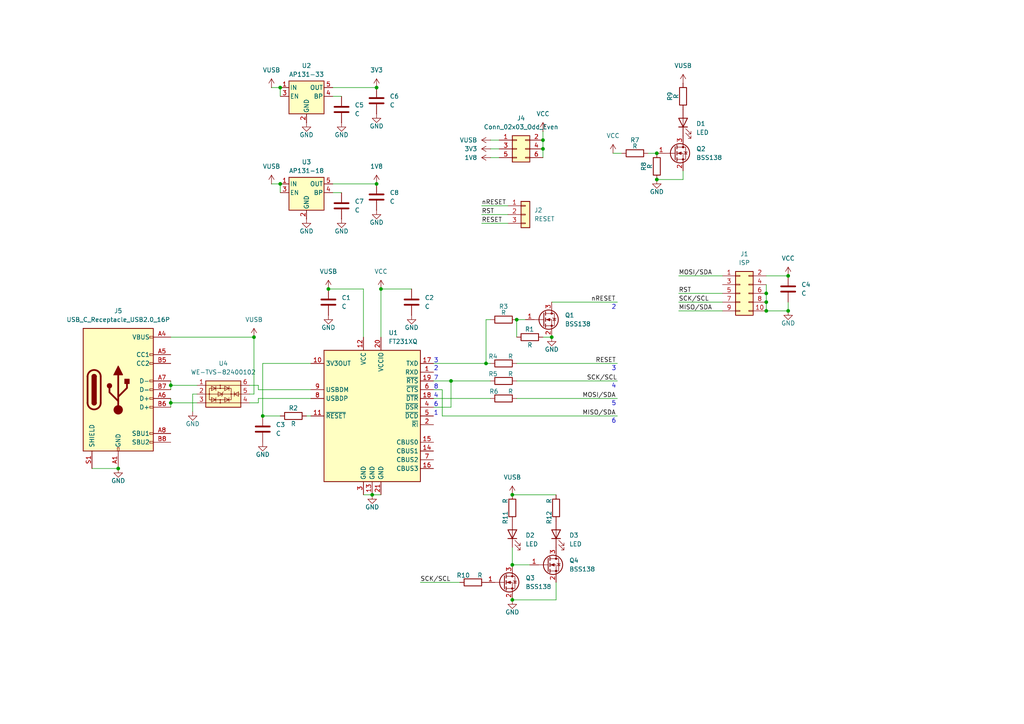
<source format=kicad_sch>
(kicad_sch (version 20231120) (generator "eeschema") (generator_version "8.0")
  (paper "A4")
  (lib_symbols
    (symbol "Connector:USB_C_Receptacle_USB2.0_16P" (pin_names (offset 1.016))
      (property "Reference" "J" (at 0 22.225 0))
      (property "Value" "USB_C_Receptacle_USB2.0_16P" (at 0 19.685 0))
      (symbol "USB_C_Receptacle_USB2.0_16P_0_0"
        (rectangle (start -0.254 -17.78) (end 0.254 -16.764))
        (rectangle (start 10.16 -14.986) (end 9.144 -15.494))
        (rectangle (start 10.16 -12.446) (end 9.144 -12.954))
        (rectangle (start 10.16 -4.826) (end 9.144 -5.334))
        (rectangle (start 10.16 -2.286) (end 9.144 -2.794))
        (rectangle (start 10.16 0.254) (end 9.144 -0.254))
        (rectangle (start 10.16 2.794) (end 9.144 2.286))
        (rectangle (start 10.16 7.874) (end 9.144 7.366))
        (rectangle (start 10.16 10.414) (end 9.144 9.906))
        (rectangle (start 10.16 15.494) (end 9.144 14.986))
      )
      (symbol "USB_C_Receptacle_USB2.0_16P_0_1"
        (rectangle (start -10.16 17.78) (end 10.16 -17.78) (stroke (width 0.254)) (fill (type background)))
        (arc (start -8.89 -3.81) (mid -6.985 -5.7067) (end -5.08 -3.81) (stroke (width 0.508)))
        (arc (start -7.62 -3.81) (mid -6.985 -4.4423) (end -6.35 -3.81) (stroke (width 0.254)))
        (arc (start -7.62 -3.81) (mid -6.985 -4.4423) (end -6.35 -3.81) (stroke (width 0.254)) (fill (type outline)))
        (rectangle (start -7.62 -3.81) (end -6.35 3.81) (stroke (width 0.254)) (fill (type outline)))
        (arc (start -6.35 3.81) (mid -6.985 4.4423) (end -7.62 3.81) (stroke (width 0.254)))
        (arc (start -6.35 3.81) (mid -6.985 4.4423) (end -7.62 3.81) (stroke (width 0.254)) (fill (type outline)))
        (arc (start -5.08 3.81) (mid -6.985 5.7067) (end -8.89 3.81) (stroke (width 0.508)))
        (circle (center -2.54 1.143) (radius 0.635) (stroke (width 0.254)) (fill (type outline)))
        (circle (center 0 -5.842) (radius 1.27) (fill (type outline)))
        (polyline (pts (xy -8.89 -3.81) (xy -8.89 3.81)) (stroke (width 0.508)))
        (polyline (pts (xy -5.08 3.81) (xy -5.08 -3.81)) (stroke (width 0.508)))
        (polyline (pts (xy 0 -5.842) (xy 0 4.318)) (stroke (width 0.508)))
        (polyline (pts (xy 0 -3.302) (xy -2.54 -0.762) (xy -2.54 0.508)) (stroke (width 0.508)))
        (polyline (pts (xy 0 -2.032) (xy 2.54 0.508) (xy 2.54 1.778)) (stroke (width 0.508)))
        (polyline (pts (xy -1.27 4.318) (xy 0 6.858) (xy 1.27 4.318) (xy -1.27 4.318)) (stroke (width 0.254)) (fill (type outline)))
        (rectangle (start 1.905 1.778) (end 3.175 3.048) (stroke (width 0.254)) (fill (type outline)))
      )
      (symbol "USB_C_Receptacle_USB2.0_16P_1_1"
        (pin passive line (at 0 -22.86 90) (length 5.08) (name "GND") (number "A1"))
        (pin passive line (at 0 -22.86 90) (length 5.08) hide (name "GND") (number "A12"))
        (pin passive line (at 15.24 15.24 180) (length 5.08) (name "VBUS") (number "A4"))
        (pin bidirectional line (at 15.24 10.16 180) (length 5.08) (name "CC1") (number "A5"))
        (pin bidirectional line (at 15.24 -2.54 180) (length 5.08) (name "D+") (number "A6"))
        (pin bidirectional line (at 15.24 2.54 180) (length 5.08) (name "D-") (number "A7"))
        (pin bidirectional line (at 15.24 -12.7 180) (length 5.08) (name "SBU1") (number "A8"))
        (pin passive line (at 15.24 15.24 180) (length 5.08) hide (name "VBUS") (number "A9"))
        (pin passive line (at 0 -22.86 90) (length 5.08) hide (name "GND") (number "B1"))
        (pin passive line (at 0 -22.86 90) (length 5.08) hide (name "GND") (number "B12"))
        (pin passive line (at 15.24 15.24 180) (length 5.08) hide (name "VBUS") (number "B4"))
        (pin bidirectional line (at 15.24 7.62 180) (length 5.08) (name "CC2") (number "B5"))
        (pin bidirectional line (at 15.24 -5.08 180) (length 5.08) (name "D+") (number "B6"))
        (pin bidirectional line (at 15.24 0 180) (length 5.08) (name "D-") (number "B7"))
        (pin bidirectional line (at 15.24 -15.24 180) (length 5.08) (name "SBU2") (number "B8"))
        (pin passive line (at 15.24 15.24 180) (length 5.08) hide (name "VBUS") (number "B9"))
        (pin passive line (at -7.62 -22.86 90) (length 5.08) (name "SHIELD") (number "S1"))
      )
    )
    (symbol "Connector_Generic:Conn_01x03" (pin_names (offset 1.016) hide)
      (property "Reference" "J" (at 0 5.08 0))
      (property "Value" "Conn_01x03" (at 0 -5.08 0))
      (symbol "Conn_01x03_1_1"
        (rectangle (start -1.27 -2.413) (end 0 -2.667) (stroke (width 0.1524)))
        (rectangle (start -1.27 0.127) (end 0 -0.127) (stroke (width 0.1524)))
        (rectangle (start -1.27 2.667) (end 0 2.413) (stroke (width 0.1524)))
        (rectangle (start -1.27 3.81) (end 1.27 -3.81) (stroke (width 0.254)) (fill (type background)))
        (pin passive line (at -5.08 2.54 0) (length 3.81) (name "Pin_1") (number "1"))
        (pin passive line (at -5.08 0 0) (length 3.81) (name "Pin_2") (number "2"))
        (pin passive line (at -5.08 -2.54 0) (length 3.81) (name "Pin_3") (number "3"))
      )
    )
    (symbol "Connector_Generic:Conn_02x03_Odd_Even" (pin_names (offset 1.016) hide)
      (property "Reference" "J" (at 1.27 5.08 0))
      (property "Value" "Conn_02x03_Odd_Even" (at 1.27 -5.08 0))
      (symbol "Conn_02x03_Odd_Even_1_1"
        (rectangle (start -1.27 -2.413) (end 0 -2.667) (stroke (width 0.1524)))
        (rectangle (start -1.27 0.127) (end 0 -0.127) (stroke (width 0.1524)))
        (rectangle (start -1.27 2.667) (end 0 2.413) (stroke (width 0.1524)))
        (rectangle (start -1.27 3.81) (end 3.81 -3.81) (stroke (width 0.254)) (fill (type background)))
        (rectangle (start 3.81 -2.413) (end 2.54 -2.667) (stroke (width 0.1524)))
        (rectangle (start 3.81 0.127) (end 2.54 -0.127) (stroke (width 0.1524)))
        (rectangle (start 3.81 2.667) (end 2.54 2.413) (stroke (width 0.1524)))
        (pin passive line (at -5.08 2.54 0) (length 3.81) (name "Pin_1") (number "1"))
        (pin passive line (at 7.62 2.54 180) (length 3.81) (name "Pin_2") (number "2"))
        (pin passive line (at -5.08 0 0) (length 3.81) (name "Pin_3") (number "3"))
        (pin passive line (at 7.62 0 180) (length 3.81) (name "Pin_4") (number "4"))
        (pin passive line (at -5.08 -2.54 0) (length 3.81) (name "Pin_5") (number "5"))
        (pin passive line (at 7.62 -2.54 180) (length 3.81) (name "Pin_6") (number "6"))
      )
    )
    (symbol "Connector_Generic:Conn_02x05_Odd_Even" (pin_names (offset 1.016) hide)
      (property "Reference" "J" (at 1.27 7.62 0))
      (property "Value" "Conn_02x05_Odd_Even" (at 1.27 -7.62 0))
      (symbol "Conn_02x05_Odd_Even_1_1"
        (rectangle (start -1.27 -4.953) (end 0 -5.207) (stroke (width 0.1524)))
        (rectangle (start -1.27 -2.413) (end 0 -2.667) (stroke (width 0.1524)))
        (rectangle (start -1.27 0.127) (end 0 -0.127) (stroke (width 0.1524)))
        (rectangle (start -1.27 2.667) (end 0 2.413) (stroke (width 0.1524)))
        (rectangle (start -1.27 5.207) (end 0 4.953) (stroke (width 0.1524)))
        (rectangle (start -1.27 6.35) (end 3.81 -6.35) (stroke (width 0.254)) (fill (type background)))
        (rectangle (start 3.81 -4.953) (end 2.54 -5.207) (stroke (width 0.1524)))
        (rectangle (start 3.81 -2.413) (end 2.54 -2.667) (stroke (width 0.1524)))
        (rectangle (start 3.81 0.127) (end 2.54 -0.127) (stroke (width 0.1524)))
        (rectangle (start 3.81 2.667) (end 2.54 2.413) (stroke (width 0.1524)))
        (rectangle (start 3.81 5.207) (end 2.54 4.953) (stroke (width 0.1524)))
        (pin passive line (at -5.08 5.08 0) (length 3.81) (name "Pin_1") (number "1"))
        (pin passive line (at 7.62 -5.08 180) (length 3.81) (name "Pin_10") (number "10"))
        (pin passive line (at 7.62 5.08 180) (length 3.81) (name "Pin_2") (number "2"))
        (pin passive line (at -5.08 2.54 0) (length 3.81) (name "Pin_3") (number "3"))
        (pin passive line (at 7.62 2.54 180) (length 3.81) (name "Pin_4") (number "4"))
        (pin passive line (at -5.08 0 0) (length 3.81) (name "Pin_5") (number "5"))
        (pin passive line (at 7.62 0 180) (length 3.81) (name "Pin_6") (number "6"))
        (pin passive line (at -5.08 -2.54 0) (length 3.81) (name "Pin_7") (number "7"))
        (pin passive line (at 7.62 -2.54 180) (length 3.81) (name "Pin_8") (number "8"))
        (pin passive line (at -5.08 -5.08 0) (length 3.81) (name "Pin_9") (number "9"))
      )
    )
    (symbol "Device:C" (pin_numbers hide) (pin_names (offset 0.254))
      (property "Reference" "C" (at 0.635 2.54 0))
      (property "Value" "C" (at 0.635 -2.54 0))
      (symbol "C_0_1"
        (polyline (pts (xy -2.032 -0.762) (xy 2.032 -0.762)) (stroke (width 0.508)))
        (polyline (pts (xy -2.032 0.762) (xy 2.032 0.762)) (stroke (width 0.508)))
      )
      (symbol "C_1_1"
        (pin passive line (at 0 3.81 270) (length 2.794) (name "~") (number "1"))
        (pin passive line (at 0 -3.81 90) (length 2.794) (name "~") (number "2"))
      )
    )
    (symbol "Device:LED" (pin_numbers hide) (pin_names (offset 1.016) hide)
      (property "Reference" "D" (at 0 2.54 0))
      (property "Value" "LED" (at 0 -2.54 0))
      (symbol "LED_0_1"
        (polyline (pts (xy -1.27 -1.27) (xy -1.27 1.27)) (stroke (width 0.254)))
        (polyline (pts (xy -1.27 0) (xy 1.27 0)))
        (polyline (pts (xy 1.27 -1.27) (xy 1.27 1.27) (xy -1.27 0) (xy 1.27 -1.27)) (stroke (width 0.254)))
        (polyline (pts (xy -3.048 -0.762) (xy -4.572 -2.286) (xy -3.81 -2.286) (xy -4.572 -2.286) (xy -4.572 -1.524)))
        (polyline (pts (xy -1.778 -0.762) (xy -3.302 -2.286) (xy -2.54 -2.286) (xy -3.302 -2.286) (xy -3.302 -1.524)))
      )
      (symbol "LED_1_1"
        (pin passive line (at -3.81 0 0) (length 2.54) (name "K") (number "1"))
        (pin passive line (at 3.81 0 180) (length 2.54) (name "A") (number "2"))
      )
    )
    (symbol "Device:R" (pin_numbers hide) (pin_names (offset 0))
      (property "Reference" "R" (at 2.032 0 90))
      (property "Value" "R" (at 0 0 90))
      (symbol "R_0_1"
        (rectangle (start -1.016 -2.54) (end 1.016 2.54) (stroke (width 0.254)))
      )
      (symbol "R_1_1"
        (pin passive line (at 0 3.81 270) (length 1.27) (name "~") (number "1"))
        (pin passive line (at 0 -3.81 90) (length 1.27) (name "~") (number "2"))
      )
    )
    (symbol "Interface_USB:FT231XQ"
      (property "Reference" "U" (at -13.97 20.32 0))
      (property "Value" "FT231XQ" (at 6.35 20.32 0))
      (symbol "FT231XQ_0_1"
        (rectangle (start -13.97 19.05) (end 13.97 -19.05) (stroke (width 0.254)) (fill (type background)))
      )
      (symbol "FT231XQ_1_1"
        (pin input line (at 17.78 12.7 180) (length 3.81) (name "RXD") (number "1"))
        (pin power_out line (at -17.78 15.24 0) (length 3.81) (name "3V3OUT") (number "10"))
        (pin input line (at -17.78 0 0) (length 3.81) (name "~{RESET}") (number "11"))
        (pin power_in line (at -2.54 22.86 270) (length 3.81) (name "VCC") (number "12"))
        (pin power_in line (at 0 -22.86 90) (length 3.81) (name "GND") (number "13"))
        (pin bidirectional line (at 17.78 -10.16 180) (length 3.81) (name "CBUS1") (number "14"))
        (pin bidirectional line (at 17.78 -7.62 180) (length 3.81) (name "CBUS0") (number "15"))
        (pin bidirectional line (at 17.78 -15.24 180) (length 3.81) (name "CBUS3") (number "16"))
        (pin output line (at 17.78 15.24 180) (length 3.81) (name "TXD") (number "17"))
        (pin output line (at 17.78 5.08 180) (length 3.81) (name "~{DTR}") (number "18"))
        (pin output line (at 17.78 10.16 180) (length 3.81) (name "~{RTS}") (number "19"))
        (pin input line (at 17.78 -2.54 180) (length 3.81) (name "~{RI}") (number "2"))
        (pin power_in line (at 2.54 22.86 270) (length 3.81) (name "VCCIO") (number "20"))
        (pin power_in line (at 2.54 -22.86 90) (length 3.81) (name "GND") (number "21"))
        (pin power_in line (at -2.54 -22.86 90) (length 3.81) (name "GND") (number "3"))
        (pin input line (at 17.78 2.54 180) (length 3.81) (name "~{DSR}") (number "4"))
        (pin input line (at 17.78 0 180) (length 3.81) (name "~{DCD}") (number "5"))
        (pin input line (at 17.78 7.62 180) (length 3.81) (name "~{CTS}") (number "6"))
        (pin bidirectional line (at 17.78 -12.7 180) (length 3.81) (name "CBUS2") (number "7"))
        (pin bidirectional line (at -17.78 5.08 0) (length 3.81) (name "USBDP") (number "8"))
        (pin bidirectional line (at -17.78 7.62 0) (length 3.81) (name "USBDM") (number "9"))
      )
    )
    (symbol "Power_Protection:WE-TVS-82400102"
      (property "Reference" "U" (at 0 7.62 0))
      (property "Value" "WE-TVS-82400102" (at 0 5.08 0))
      (symbol "WE-TVS-82400102_0_1"
        (circle (center -4.064 0) (radius 0.127))
        (rectangle (start -4.064 1.651) (end 2.286 -1.651))
        (circle (center -0.889 -2.54) (radius 0.127))
        (circle (center -0.889 -1.651) (radius 0.127))
        (circle (center -0.889 1.651) (radius 0.127))
        (circle (center -0.889 2.54) (radius 0.127))
        (polyline (pts (xy -5.08 -2.54) (xy 5.08 -2.54)))
        (polyline (pts (xy -5.08 2.54) (xy 5.08 2.54)))
        (polyline (pts (xy -4.064 0) (xy -5.08 0)))
        (polyline (pts (xy -4.064 0) (xy 2.286 0)) (fill (type outline)))
        (polyline (pts (xy -2.159 -1.016) (xy -2.159 -2.286)))
        (polyline (pts (xy -2.159 2.286) (xy -2.159 1.016)))
        (polyline (pts (xy -0.889 -1.651) (xy -0.889 -2.413)))
        (polyline (pts (xy -0.889 1.651) (xy -0.889 2.54)))
        (polyline (pts (xy -0.508 -0.635) (xy -0.508 -0.635)))
        (polyline (pts (xy 1.651 -1.016) (xy 1.651 -2.286)))
        (polyline (pts (xy 1.651 2.286) (xy 1.651 1.016)))
        (polyline (pts (xy 2.286 0) (xy 5.08 0)))
        (polyline (pts (xy -3.429 -1.016) (xy -3.429 -2.286) (xy -2.159 -1.651) (xy -3.429 -1.016)))
        (polyline (pts (xy -3.429 1.016) (xy -3.429 2.286) (xy -2.159 1.651) (xy -3.429 1.016)))
        (polyline (pts (xy 0 0.635) (xy -0.254 0.381) (xy -0.254 -0.381) (xy -0.508 -0.635)))
        (polyline (pts (xy 0.381 -1.016) (xy 0.381 -2.286) (xy 1.651 -1.651) (xy 0.381 -1.016)))
        (polyline (pts (xy 0.381 1.016) (xy 0.381 2.286) (xy 1.651 1.651) (xy 0.381 1.016)))
        (circle (center 2.286 0) (radius 0.127))
      )
      (symbol "WE-TVS-82400102_1_1"
        (rectangle (start -5.08 3.81) (end 5.08 -3.81) (stroke (width 0.254)) (fill (type background)))
        (polyline (pts (xy 3.175 0.635) (xy 3.175 -0.635)))
        (polyline (pts (xy -1.524 0.635) (xy -1.524 -0.635) (xy -0.254 0) (xy -1.524 0.635)))
        (polyline (pts (xy 4.445 0.635) (xy 4.445 -0.635) (xy 3.175 0) (xy 4.445 0.635)))
        (pin passive line (at -7.62 2.54 0) (length 2.54) (name "~") (number "1"))
        (pin passive line (at -7.62 0 0) (length 2.54) (name "~") (number "2"))
        (pin passive line (at -7.62 -2.54 0) (length 2.54) (name "~") (number "3"))
        (pin passive line (at 7.62 -2.54 180) (length 2.54) (name "~") (number "4"))
        (pin passive line (at 7.62 0 180) (length 2.54) (name "~") (number "5"))
        (pin passive line (at 7.62 2.54 180) (length 2.54) (name "~") (number "6"))
      )
    )
    (symbol "Regulator_Linear:AP131-18" (pin_names (offset 0.254))
      (property "Reference" "U" (at -3.81 5.715 0))
      (property "Value" "AP131-18" (at 0 5.715 0))
      (symbol "AP131-18_0_1"
        (rectangle (start -5.08 4.445) (end 5.08 -5.08) (stroke (width 0.254)) (fill (type background)))
      )
      (symbol "AP131-18_1_1"
        (pin power_in line (at -7.62 2.54 0) (length 2.54) (name "IN") (number "1"))
        (pin power_in line (at 0 -7.62 90) (length 2.54) (name "GND") (number "2"))
        (pin input line (at -7.62 0 0) (length 2.54) (name "EN") (number "3"))
        (pin input line (at 7.62 0 180) (length 2.54) (name "BP") (number "4"))
        (pin power_out line (at 7.62 2.54 180) (length 2.54) (name "OUT") (number "5"))
      )
    )
    (symbol "Regulator_Linear:AP131-33" (pin_names (offset 0.254))
      (property "Reference" "U" (at -3.81 5.715 0))
      (property "Value" "AP131-33" (at 0 5.715 0))
      (symbol "AP131-33_0_1"
        (rectangle (start -5.08 4.445) (end 5.08 -5.08) (stroke (width 0.254)) (fill (type background)))
      )
      (symbol "AP131-33_1_1"
        (pin power_in line (at -7.62 2.54 0) (length 2.54) (name "IN") (number "1"))
        (pin power_in line (at 0 -7.62 90) (length 2.54) (name "GND") (number "2"))
        (pin input line (at -7.62 0 0) (length 2.54) (name "EN") (number "3"))
        (pin input line (at 7.62 0 180) (length 2.54) (name "BP") (number "4"))
        (pin power_out line (at 7.62 2.54 180) (length 2.54) (name "OUT") (number "5"))
      )
    )
    (symbol "Transistor_FET:BSS138" (pin_names hide)
      (property "Reference" "Q" (at 5.08 1.905 0))
      (property "Value" "BSS138" (at 5.08 0 0))
      (symbol "BSS138_0_1"
        (polyline (pts (xy 0.254 0) (xy -2.54 0)))
        (polyline (pts (xy 0.254 1.905) (xy 0.254 -1.905)) (stroke (width 0.254)))
        (polyline (pts (xy 0.762 -1.27) (xy 0.762 -2.286)) (stroke (width 0.254)))
        (polyline (pts (xy 0.762 0.508) (xy 0.762 -0.508)) (stroke (width 0.254)))
        (polyline (pts (xy 0.762 2.286) (xy 0.762 1.27)) (stroke (width 0.254)))
        (polyline (pts (xy 2.54 2.54) (xy 2.54 1.778)))
        (polyline (pts (xy 2.54 -2.54) (xy 2.54 0) (xy 0.762 0)))
        (polyline (pts (xy 0.762 -1.778) (xy 3.302 -1.778) (xy 3.302 1.778) (xy 0.762 1.778)))
        (polyline (pts (xy 1.016 0) (xy 2.032 0.381) (xy 2.032 -0.381) (xy 1.016 0)) (fill (type outline)))
        (polyline (pts (xy 2.794 0.508) (xy 2.921 0.381) (xy 3.683 0.381) (xy 3.81 0.254)))
        (polyline (pts (xy 3.302 0.381) (xy 2.921 -0.254) (xy 3.683 -0.254) (xy 3.302 0.381)))
        (circle (center 1.651 0) (radius 2.794) (stroke (width 0.254)))
        (circle (center 2.54 -1.778) (radius 0.254) (fill (type outline)))
        (circle (center 2.54 1.778) (radius 0.254) (fill (type outline)))
      )
      (symbol "BSS138_1_1"
        (pin input line (at -5.08 0 0) (length 2.54) (name "G") (number "1"))
        (pin passive line (at 2.54 -5.08 90) (length 2.54) (name "S") (number "2"))
        (pin passive line (at 2.54 5.08 270) (length 2.54) (name "D") (number "3"))
      )
    )
    (symbol "power:GND" (power) (pin_numbers hide) (pin_names (offset 0) hide)
      (property "Value" "GND" (at 0 -3.81 0))
      (symbol "GND_0_1"
        (polyline (pts (xy 0 0) (xy 0 -1.27) (xy 1.27 -1.27) (xy 0 -2.54) (xy -1.27 -1.27) (xy 0 -1.27)))
      )
      (symbol "GND_1_1"
        (pin power_in line (at 0 0 270) (length 0) (name "~") (number "1"))
      )
    )
    (symbol "power:VCC" (power) (pin_numbers hide) (pin_names (offset 0) hide)
      (property "Value" "VCC" (at 0 3.556 0))
      (symbol "VCC_0_1"
        (polyline (pts (xy -0.762 1.27) (xy 0 2.54)))
        (polyline (pts (xy 0 0) (xy 0 2.54)))
        (polyline (pts (xy 0 2.54) (xy 0.762 1.27)))
      )
      (symbol "VCC_1_1"
        (pin power_in line (at 0 0 90) (length 0) (name "~") (number "1"))
      )
    )
  )
  (junction (at 222.25 90.17))
  (junction (at 190.5 44.45))
  (junction (at 157.48 43.18))
  (junction (at 76.2 120.65))
  (junction (at 148.59 173.99))
  (junction (at 81.28 25.4))
  (junction (at 140.97 105.41))
  (junction (at 81.28 53.34))
  (junction (at 110.49 83.82))
  (junction (at 73.66 97.79))
  (junction (at 107.95 143.51))
  (junction (at 148.59 143.51))
  (junction (at 95.25 83.82))
  (junction (at 34.29 135.89))
  (junction (at 228.6 80.01))
  (junction (at 49.53 116.84))
  (junction (at 222.25 85.09))
  (junction (at 49.53 111.76))
  (junction (at 109.22 53.34))
  (junction (at 130.81 110.49))
  (junction (at 190.5 52.07))
  (junction (at 228.6 90.17))
  (junction (at 148.59 163.83))
  (junction (at 160.02 97.79))
  (junction (at 149.86 92.71))
  (junction (at 157.48 40.64))
  (junction (at 109.22 25.4))
  (junction (at 222.25 87.63))
  (wire (pts (xy 161.29 173.99) (xy 161.29 168.91)))
  (wire (pts (xy 95.25 83.82) (xy 105.41 83.82)))
  (wire (pts (xy 107.95 143.51) (xy 110.49 143.51)))
  (wire (pts (xy 149.86 92.71) (xy 149.86 97.79)))
  (wire (pts (xy 72.39 111.76) (xy 74.93 111.76)))
  (wire (pts (xy 74.93 116.84) (xy 74.93 115.57)))
  (wire (pts (xy 198.12 52.07) (xy 198.12 49.53)))
  (wire (pts (xy 142.24 45.72) (xy 144.78 45.72)))
  (wire (pts (xy 55.88 114.3) (xy 55.88 119.38)))
  (wire (pts (xy 157.48 38.1) (xy 157.48 40.64)))
  (wire (pts (xy 72.39 114.3) (xy 73.66 114.3)))
  (wire (pts (xy 196.85 85.09) (xy 209.55 85.09)))
  (wire (pts (xy 222.25 85.09) (xy 222.25 87.63)))
  (wire (pts (xy 125.73 105.41) (xy 140.97 105.41)))
  (wire (pts (xy 130.81 110.49) (xy 142.24 110.49)))
  (wire (pts (xy 196.85 87.63) (xy 209.55 87.63)))
  (wire (pts (xy 81.28 53.34) (xy 81.28 55.88)))
  (wire (pts (xy 57.15 114.3) (xy 55.88 114.3)))
  (wire (pts (xy 78.74 25.4) (xy 81.28 25.4)))
  (wire (pts (xy 149.86 115.57) (xy 179.07 115.57)))
  (wire (pts (xy 157.48 40.64) (xy 157.48 43.18)))
  (wire (pts (xy 157.48 97.79) (xy 160.02 97.79)))
  (wire (pts (xy 81.28 25.4) (xy 81.28 27.94)))
  (wire (pts (xy 222.25 80.01) (xy 228.6 80.01)))
  (wire (pts (xy 190.5 52.07) (xy 198.12 52.07)))
  (wire (pts (xy 96.52 53.34) (xy 109.22 53.34)))
  (wire (pts (xy 148.59 173.99) (xy 161.29 173.99)))
  (wire (pts (xy 49.53 115.57) (xy 49.53 116.84)))
  (wire (pts (xy 160.02 87.63) (xy 179.07 87.63)))
  (wire (pts (xy 139.7 64.77) (xy 147.32 64.77)))
  (wire (pts (xy 130.81 118.11) (xy 125.73 118.11)))
  (wire (pts (xy 105.41 143.51) (xy 107.95 143.51)))
  (wire (pts (xy 139.7 59.69) (xy 147.32 59.69)))
  (wire (pts (xy 88.9 120.65) (xy 90.17 120.65)))
  (wire (pts (xy 74.93 113.03) (xy 74.93 111.76)))
  (wire (pts (xy 222.25 90.17) (xy 228.6 90.17)))
  (wire (pts (xy 140.97 105.41) (xy 142.24 105.41)))
  (wire (pts (xy 128.27 113.03) (xy 128.27 120.65)))
  (wire (pts (xy 161.29 143.51) (xy 148.59 143.51)))
  (wire (pts (xy 177.8 44.45) (xy 180.34 44.45)))
  (wire (pts (xy 73.66 97.79) (xy 73.66 114.3)))
  (wire (pts (xy 148.59 158.75) (xy 148.59 163.83)))
  (wire (pts (xy 110.49 97.79) (xy 110.49 83.82)))
  (wire (pts (xy 149.86 110.49) (xy 179.07 110.49)))
  (wire (pts (xy 148.59 163.83) (xy 153.67 163.83)))
  (wire (pts (xy 72.39 116.84) (xy 74.93 116.84)))
  (wire (pts (xy 96.52 27.94) (xy 99.06 27.94)))
  (wire (pts (xy 142.24 40.64) (xy 144.78 40.64)))
  (wire (pts (xy 76.2 120.65) (xy 81.28 120.65)))
  (wire (pts (xy 49.53 111.76) (xy 57.15 111.76)))
  (wire (pts (xy 157.48 43.18) (xy 157.48 45.72)))
  (wire (pts (xy 49.53 110.49) (xy 49.53 111.76)))
  (wire (pts (xy 222.25 87.63) (xy 222.25 90.17)))
  (wire (pts (xy 90.17 113.03) (xy 74.93 113.03)))
  (wire (pts (xy 76.2 105.41) (xy 90.17 105.41)))
  (wire (pts (xy 125.73 110.49) (xy 130.81 110.49)))
  (wire (pts (xy 96.52 25.4) (xy 109.22 25.4)))
  (wire (pts (xy 228.6 87.63) (xy 228.6 90.17)))
  (wire (pts (xy 49.53 97.79) (xy 73.66 97.79)))
  (wire (pts (xy 49.53 116.84) (xy 57.15 116.84)))
  (wire (pts (xy 74.93 115.57) (xy 90.17 115.57)))
  (wire (pts (xy 121.92 168.91) (xy 133.35 168.91)))
  (wire (pts (xy 49.53 116.84) (xy 49.53 118.11)))
  (wire (pts (xy 76.2 120.65) (xy 76.2 105.41)))
  (wire (pts (xy 149.86 105.41) (xy 179.07 105.41)))
  (wire (pts (xy 187.96 44.45) (xy 190.5 44.45)))
  (wire (pts (xy 196.85 80.01) (xy 209.55 80.01)))
  (wire (pts (xy 78.74 53.34) (xy 81.28 53.34)))
  (wire (pts (xy 196.85 90.17) (xy 209.55 90.17)))
  (wire (pts (xy 110.49 83.82) (xy 119.38 83.82)))
  (wire (pts (xy 139.7 62.23) (xy 147.32 62.23)))
  (wire (pts (xy 49.53 111.76) (xy 49.53 113.03)))
  (wire (pts (xy 96.52 55.88) (xy 99.06 55.88)))
  (wire (pts (xy 149.86 92.71) (xy 152.4 92.71)))
  (wire (pts (xy 125.73 115.57) (xy 142.24 115.57)))
  (wire (pts (xy 142.24 43.18) (xy 144.78 43.18)))
  (wire (pts (xy 140.97 92.71) (xy 140.97 105.41)))
  (wire (pts (xy 26.67 135.89) (xy 34.29 135.89)))
  (wire (pts (xy 128.27 120.65) (xy 179.07 120.65)))
  (wire (pts (xy 105.41 83.82) (xy 105.41 97.79)))
  (wire (pts (xy 142.24 92.71) (xy 140.97 92.71)))
  (wire (pts (xy 222.25 82.55) (xy 222.25 85.09)))
  (wire (pts (xy 125.73 113.03) (xy 128.27 113.03)))
  (wire (pts (xy 130.81 110.49) (xy 130.81 118.11)))
  (text "1" (at 126.492 119.888 0) (effects (font (size 1.27 1.27))))
  (text "2" (at 178.054 89.154 0) (effects (font (size 1.27 1.27))))
  (text "5" (at 178.054 117.094 0) (effects (font (size 1.27 1.27))))
  (text "8" (at 126.492 112.268 0) (effects (font (size 1.27 1.27))))
  (text "3" (at 126.492 104.648 0) (effects (font (size 1.27 1.27))))
  (text "6" (at 126.492 117.348 0) (effects (font (size 1.27 1.27))))
  (text "4" (at 126.492 114.808 0) (effects (font (size 1.27 1.27))))
  (text "7" (at 126.492 109.728 0) (effects (font (size 1.27 1.27))))
  (text "6" (at 178.054 122.174 0) (effects (font (size 1.27 1.27))))
  (text "2" (at 126.492 106.934 0) (effects (font (size 1.27 1.27))))
  (text "4" (at 178.054 112.014 0) (effects (font (size 1.27 1.27))))
  (text "3" (at 178.054 106.934 0) (effects (font (size 1.27 1.27))))
  (label "RESET" (at 172.72 105.41 0))
  (label "MOSI{slash}SDA" (at 168.91 115.57 0))
  (label "nRESET" (at 139.7 59.69 0))
  (label "MOSI{slash}SDA" (at 196.85 80.01 0))
  (label "MISO{slash}SDA" (at 196.85 90.17 0))
  (label "MISO{slash}SDA" (at 168.91 120.65 0))
  (label "SCK{slash}SCL" (at 196.85 87.63 0))
  (label "RST" (at 196.85 85.09 0))
  (label "nRESET" (at 171.45 87.63 0))
  (label "RST" (at 139.7 62.23 0))
  (label "RESET" (at 139.7 64.77 0))
  (label "SCK{slash}SCL" (at 170.18 110.49 0))
  (label "SCK{slash}SCL" (at 121.92 168.91 0))
  (symbol (lib_id "power:GND") (at 109.22 33.02 0) (unit 1)
    (property "Reference" "#PWR021" (effects (hide yes)))
    (property "Value" "GND" (at 109.22 36.576 0))
    (property "Description" "Power symbol creates a global label with name \"GND\" , ground" (effects (hide yes)))
  )
  (symbol (lib_id "Device:LED") (at 148.59 154.94 90) (unit 1)
    (property "Reference" "D2" (at 152.4 155.2574 90) (effects (justify right)))
    (property "Value" "LED" (at 152.4 157.7974 90) (effects (justify right)))
    (property "Footprint" "LED_SMD:LED_0603_1608Metric" (effects (hide yes)))
    (property "Description" "Light emitting diode" (effects (hide yes)))
  )
  (symbol (lib_id "Device:R") (at 161.29 147.32 180) (unit 1)
    (property "Reference" "R12" (at 159.258 150.114 90))
    (property "Value" "R" (at 159.258 145.288 90))
    (property "Footprint" "Resistor_SMD:R_0603_1608Metric" (effects (hide yes)))
    (property "Description" "Resistor" (effects (hide yes)))
  )
  (symbol (lib_id "power:VCC") (at 177.8 44.45 0) (unit 1)
    (property "Reference" "#PWR026" (effects (hide yes)))
    (property "Value" "VCC" (at 177.8 39.37 0))
    (property "Description" "Power symbol creates a global label with name \"VCC\"" (effects (hide yes)))
  )
  (symbol (lib_id "power:VCC") (at 142.24 40.64 90) (unit 1)
    (property "Reference" "#PWR013" (effects (hide yes)))
    (property "Value" "VUSB" (at 138.43 40.6399 90) (effects (justify left)))
    (property "Description" "Power symbol creates a global label with name \"VCC\"" (effects (hide yes)))
  )
  (symbol (lib_id "power:GND") (at 109.22 60.96 0) (unit 1)
    (property "Reference" "#PWR019" (effects (hide yes)))
    (property "Value" "GND" (at 109.22 64.516 0))
    (property "Description" "Power symbol creates a global label with name \"GND\" , ground" (effects (hide yes)))
  )
  (symbol (lib_id "power:GND") (at 119.38 91.44 0) (unit 1)
    (property "Reference" "#PWR08" (effects (hide yes)))
    (property "Value" "GND" (at 119.38 94.996 0))
    (property "Description" "Power symbol creates a global label with name \"GND\" , ground" (effects (hide yes)))
  )
  (symbol (lib_id "Device:R") (at 198.12 27.94 180) (unit 1)
    (property "Reference" "R9" (at 194.31 27.94 90))
    (property "Value" "R" (at 196.088 27.94 90))
    (property "Footprint" "Resistor_SMD:R_0603_1608Metric" (effects (hide yes)))
    (property "Description" "Resistor" (effects (hide yes)))
  )
  (symbol (lib_id "Connector:USB_C_Receptacle_USB2.0_16P") (at 34.29 113.03 0) (unit 1)
    (property "Reference" "J5" (at 34.29 90.17 0))
    (property "Value" "USB_C_Receptacle_USB2.0_16P" (at 34.29 92.71 0))
    (property "Footprint" "all_gk_fp_Ki8:USB_C_Receptacle_Wuerth_629722000214" (effects (hide yes)))
    (property "Datasheet" "https://www.usb.org/sites/default/files/documents/usb_type-c.zip" (effects (hide yes)))
    (property "Description" "USB 2.0-only 16P Type-C Receptacle connector" (effects (hide yes)))
  )
  (symbol (lib_id "Device:C") (at 95.25 87.63 0) (unit 1)
    (property "Reference" "C1" (at 99.06 86.3599 0) (effects (justify left)))
    (property "Value" "C" (at 99.06 88.8999 0) (effects (justify left)))
    (property "Footprint" "Capacitor_SMD:C_0603_1608Metric" (effects (hide yes)))
    (property "Description" "Unpolarized capacitor" (effects (hide yes)))
  )
  (symbol (lib_id "power:GND") (at 88.9 63.5 0) (unit 1)
    (property "Reference" "#PWR015" (effects (hide yes)))
    (property "Value" "GND" (at 88.9 67.056 0))
    (property "Description" "Power symbol creates a global label with name \"GND\" , ground" (effects (hide yes)))
  )
  (symbol (lib_id "Device:R") (at 85.09 120.65 270) (unit 1)
    (property "Reference" "R2" (at 85.09 118.364 90))
    (property "Value" "R" (at 85.09 122.936 90))
    (property "Footprint" "Resistor_SMD:R_0603_1608Metric" (effects (hide yes)))
    (property "Description" "Resistor" (effects (hide yes)))
  )
  (symbol (lib_id "Device:R") (at 190.5 48.26 180) (unit 1)
    (property "Reference" "R8" (at 186.69 48.26 90))
    (property "Value" "R" (at 188.468 48.26 90))
    (property "Footprint" "Resistor_SMD:R_0603_1608Metric" (effects (hide yes)))
    (property "Description" "Resistor" (effects (hide yes)))
  )
  (symbol (lib_id "Regulator_Linear:AP131-18") (at 88.9 55.88 0) (unit 1)
    (property "Reference" "U3" (at 88.9 46.99 0))
    (property "Value" "AP131-18" (at 88.9 49.53 0))
    (property "Footprint" "Package_TO_SOT_SMD:SOT-23-5" (effects (hide yes)))
    (property "Datasheet" "http://www.diodes.com/_files/datasheets/AP131.pdf" (effects (hide yes)))
    (property "Description" "300mA low dropout linear regulator, shutdown pin, 1.8V fixed positive output, SOT-23-5" (effects (hide yes)))
  )
  (symbol (lib_id "power:GND") (at 99.06 35.56 0) (unit 1)
    (property "Reference" "#PWR020" (effects (hide yes)))
    (property "Value" "GND" (at 99.06 39.116 0))
    (property "Description" "Power symbol creates a global label with name \"GND\" , ground" (effects (hide yes)))
  )
  (symbol (lib_id "power:VCC") (at 95.25 83.82 0) (unit 1)
    (property "Reference" "#PWR04" (effects (hide yes)))
    (property "Value" "VUSB" (at 95.25 78.74 0))
    (property "Description" "Power symbol creates a global label with name \"VCC\"" (effects (hide yes)))
  )
  (symbol (lib_id "Device:C") (at 109.22 57.15 0) (unit 1)
    (property "Reference" "C8" (at 113.03 55.8799 0) (effects (justify left)))
    (property "Value" "C" (at 113.03 58.4199 0) (effects (justify left)))
    (property "Footprint" "Capacitor_SMD:C_0603_1608Metric" (effects (hide yes)))
    (property "Description" "Unpolarized capacitor" (effects (hide yes)))
  )
  (symbol (lib_id "power:GND") (at 148.59 173.99 0) (unit 1)
    (property "Reference" "#PWR029" (effects (hide yes)))
    (property "Value" "GND" (at 148.59 177.546 0))
    (property "Description" "Power symbol creates a global label with name \"GND\" , ground" (effects (hide yes)))
  )
  (symbol (lib_id "Power_Protection:WE-TVS-82400102") (at 64.77 114.3 0) (unit 1)
    (property "Reference" "U4" (at 64.77 105.41 0))
    (property "Value" "WE-TVS-82400102" (at 64.77 107.95 0))
    (property "Footprint" "Package_TO_SOT_SMD:SOT-23-6" (effects (hide yes)))
    (property "Datasheet" "https://www.we-online.com/components/products/datasheet/82400102.pdf" (effects (hide yes)))
    (property "Description" "Low Capacitance TVS Diode Array, 2 Channels, SOT-23-6" (effects (hide yes)))
  )
  (symbol (lib_id "Device:LED") (at 198.12 35.56 90) (unit 1)
    (property "Reference" "D1" (at 201.93 35.8774 90) (effects (justify right)))
    (property "Value" "LED" (at 201.93 38.4174 90) (effects (justify right)))
    (property "Footprint" "LED_SMD:LED_0603_1608Metric" (effects (hide yes)))
    (property "Description" "Light emitting diode" (effects (hide yes)))
  )
  (symbol (lib_id "Device:R") (at 184.15 44.45 90) (unit 1)
    (property "Reference" "R7" (at 184.15 40.64 90))
    (property "Value" "R" (at 184.15 42.418 90))
    (property "Footprint" "Resistor_SMD:R_0603_1608Metric" (effects (hide yes)))
    (property "Description" "Resistor" (effects (hide yes)))
  )
  (symbol (lib_id "Transistor_FET:BSS138") (at 195.58 44.45 0) (unit 1)
    (property "Reference" "Q2" (at 201.93 43.1799 0) (effects (justify left)))
    (property "Value" "BSS138" (at 201.93 45.7199 0) (effects (justify left)))
    (property "Footprint" "Package_TO_SOT_SMD:SOT-23" (effects (hide yes)))
    (property "Datasheet" "https://www.onsemi.com/pub/Collateral/BSS138-D.PDF" (effects (hide yes)))
    (property "Description" "50V Vds, 0.22A Id, N-Channel MOSFET, SOT-23" (effects (hide yes)))
  )
  (symbol (lib_id "power:VCC") (at 109.22 53.34 0) (unit 1)
    (property "Reference" "#PWR023" (effects (hide yes)))
    (property "Value" "1V8" (at 109.22 48.26 0))
    (property "Description" "Power symbol creates a global label with name \"VCC\"" (effects (hide yes)))
  )
  (symbol (lib_id "Device:C") (at 76.2 124.46 0) (unit 1)
    (property "Reference" "C3" (at 80.01 123.1899 0) (effects (justify left)))
    (property "Value" "C" (at 80.01 125.7299 0) (effects (justify left)))
    (property "Footprint" "Capacitor_SMD:C_0603_1608Metric" (effects (hide yes)))
    (property "Description" "Unpolarized capacitor" (effects (hide yes)))
  )
  (symbol (lib_id "power:VCC") (at 148.59 143.51 0) (unit 1)
    (property "Reference" "#PWR017" (effects (hide yes)))
    (property "Value" "VUSB" (at 148.59 138.43 0))
    (property "Description" "Power symbol creates a global label with name \"VCC\"" (effects (hide yes)))
  )
  (symbol (lib_id "Device:R") (at 146.05 110.49 90) (unit 1)
    (property "Reference" "R5" (at 143.002 108.458 90))
    (property "Value" "R" (at 148.082 108.458 90))
    (property "Footprint" "Resistor_SMD:R_0603_1608Metric" (effects (hide yes)))
    (property "Description" "Resistor" (effects (hide yes)))
  )
  (symbol (lib_id "power:GND") (at 88.9 35.56 0) (unit 1)
    (property "Reference" "#PWR014" (effects (hide yes)))
    (property "Value" "GND" (at 88.9 39.116 0))
    (property "Description" "Power symbol creates a global label with name \"GND\" , ground" (effects (hide yes)))
  )
  (symbol (lib_id "Device:C") (at 228.6 83.82 0) (unit 1)
    (property "Reference" "C4" (at 232.41 82.5499 0) (effects (justify left)))
    (property "Value" "C" (at 232.41 85.0899 0) (effects (justify left)))
    (property "Footprint" "Capacitor_SMD:C_0603_1608Metric" (effects (hide yes)))
    (property "Description" "Unpolarized capacitor" (effects (hide yes)))
  )
  (symbol (lib_id "Device:C") (at 99.06 31.75 0) (unit 1)
    (property "Reference" "C5" (at 102.87 30.4799 0) (effects (justify left)))
    (property "Value" "C" (at 102.87 33.0199 0) (effects (justify left)))
    (property "Footprint" "Capacitor_SMD:C_0603_1608Metric" (effects (hide yes)))
    (property "Description" "Unpolarized capacitor" (effects (hide yes)))
  )
  (symbol (lib_id "power:GND") (at 99.06 63.5 0) (unit 1)
    (property "Reference" "#PWR018" (effects (hide yes)))
    (property "Value" "GND" (at 99.06 67.056 0))
    (property "Description" "Power symbol creates a global label with name \"GND\" , ground" (effects (hide yes)))
  )
  (symbol (lib_id "Device:R") (at 146.05 105.41 90) (unit 1)
    (property "Reference" "R4" (at 143.002 103.378 90))
    (property "Value" "R" (at 148.082 103.378 90))
    (property "Footprint" "Resistor_SMD:R_0603_1608Metric" (effects (hide yes)))
    (property "Description" "Resistor" (effects (hide yes)))
  )
  (symbol (lib_id "power:VCC") (at 142.24 45.72 90) (unit 1)
    (property "Reference" "#PWR024" (effects (hide yes)))
    (property "Value" "1V8" (at 138.43 45.7199 90) (effects (justify left)))
    (property "Description" "Power symbol creates a global label with name \"VCC\"" (effects (hide yes)))
  )
  (symbol (lib_id "Regulator_Linear:AP131-33") (at 88.9 27.94 0) (unit 1)
    (property "Reference" "U2" (at 88.9 19.05 0))
    (property "Value" "AP131-33" (at 88.9 21.59 0))
    (property "Footprint" "Package_TO_SOT_SMD:SOT-23-5" (effects (hide yes)))
    (property "Datasheet" "http://www.diodes.com/_files/datasheets/AP131.pdf" (effects (hide yes)))
    (property "Description" "300mA low dropout linear regulator, shutdown pin, 3.3V fixed positive output, SOT-23-5" (effects (hide yes)))
  )
  (symbol (lib_id "power:GND") (at 228.6 90.17 0) (unit 1)
    (property "Reference" "#PWR02" (effects (hide yes)))
    (property "Value" "GND" (at 228.6 93.726 0))
    (property "Description" "Power symbol creates a global label with name \"GND\" , ground" (effects (hide yes)))
  )
  (symbol (lib_id "power:VCC") (at 109.22 25.4 0) (unit 1)
    (property "Reference" "#PWR022" (effects (hide yes)))
    (property "Value" "3V3" (at 109.22 20.32 0))
    (property "Description" "Power symbol creates a global label with name \"VCC\"" (effects (hide yes)))
  )
  (symbol (lib_id "power:VCC") (at 198.12 24.13 0) (unit 1)
    (property "Reference" "#PWR016" (effects (hide yes)))
    (property "Value" "VUSB" (at 198.12 19.05 0))
    (property "Description" "Power symbol creates a global label with name \"VCC\"" (effects (hide yes)))
  )
  (symbol (lib_id "power:GND") (at 34.29 135.89 0) (unit 1)
    (property "Reference" "#PWR031" (effects (hide yes)))
    (property "Value" "GND" (at 34.29 139.446 0))
    (property "Description" "Power symbol creates a global label with name \"GND\" , ground" (effects (hide yes)))
  )
  (symbol (lib_id "power:VCC") (at 78.74 25.4 0) (unit 1)
    (property "Reference" "#PWR05" (effects (hide yes)))
    (property "Value" "VUSB" (at 78.74 20.32 0))
    (property "Description" "Power symbol creates a global label with name \"VCC\"" (effects (hide yes)))
  )
  (symbol (lib_id "Transistor_FET:BSS138") (at 157.48 92.71 0) (unit 1)
    (property "Reference" "Q1" (at 163.83 91.4399 0) (effects (justify left)))
    (property "Value" "BSS138" (at 163.83 93.9799 0) (effects (justify left)))
    (property "Footprint" "Package_TO_SOT_SMD:SOT-23" (effects (hide yes)))
    (property "Datasheet" "https://www.onsemi.com/pub/Collateral/BSS138-D.PDF" (effects (hide yes)))
    (property "Description" "50V Vds, 0.22A Id, N-Channel MOSFET, SOT-23" (effects (hide yes)))
  )
  (symbol (lib_id "Connector_Generic:Conn_01x03") (at 152.4 62.23 0) (unit 1)
    (property "Reference" "J2" (at 154.94 60.9599 0) (effects (justify left)))
    (property "Value" "RESET" (at 154.94 63.4999 0) (effects (justify left)))
    (property "Footprint" "Connector_PinHeader_2.54mm:PinHeader_1x03_P2.54mm_Vertical" (effects (hide yes)))
    (property "Description" "Generic connector, single row, 01x03, script generated (kicad-library-utils/schlib/autogen/connector/)" (effects (hide yes)))
  )
  (symbol (lib_id "Device:R") (at 146.05 92.71 90) (unit 1)
    (property "Reference" "R3" (at 146.05 88.9 90))
    (property "Value" "R" (at 146.05 90.678 90))
    (property "Footprint" "Resistor_SMD:R_0603_1608Metric" (effects (hide yes)))
    (property "Description" "Resistor" (effects (hide yes)))
  )
  (symbol (lib_id "Transistor_FET:BSS138") (at 158.75 163.83 0) (unit 1)
    (property "Reference" "Q4" (at 165.1 162.5599 0) (effects (justify left)))
    (property "Value" "BSS138" (at 165.1 165.0999 0) (effects (justify left)))
    (property "Footprint" "Package_TO_SOT_SMD:SOT-23" (effects (hide yes)))
    (property "Datasheet" "https://www.onsemi.com/pub/Collateral/BSS138-D.PDF" (effects (hide yes)))
    (property "Description" "50V Vds, 0.22A Id, N-Channel MOSFET, SOT-23" (effects (hide yes)))
  )
  (symbol (lib_id "power:GND") (at 55.88 119.38 0) (unit 1)
    (property "Reference" "#PWR033" (effects (hide yes)))
    (property "Value" "GND" (at 55.88 122.936 0))
    (property "Description" "Power symbol creates a global label with name \"GND\" , ground" (effects (hide yes)))
  )
  (symbol (lib_id "Device:C") (at 109.22 29.21 0) (unit 1)
    (property "Reference" "C6" (at 113.03 27.9399 0) (effects (justify left)))
    (property "Value" "C" (at 113.03 30.4799 0) (effects (justify left)))
    (property "Footprint" "Capacitor_SMD:C_0603_1608Metric" (effects (hide yes)))
    (property "Description" "Unpolarized capacitor" (effects (hide yes)))
  )
  (symbol (lib_id "power:GND") (at 107.95 143.51 0) (unit 1)
    (property "Reference" "#PWR06" (effects (hide yes)))
    (property "Value" "GND" (at 107.95 147.066 0))
    (property "Description" "Power symbol creates a global label with name \"GND\" , ground" (effects (hide yes)))
  )
  (symbol (lib_id "Device:C") (at 99.06 59.69 0) (unit 1)
    (property "Reference" "C7" (at 102.87 58.4199 0) (effects (justify left)))
    (property "Value" "C" (at 102.87 60.9599 0) (effects (justify left)))
    (property "Footprint" "Capacitor_SMD:C_0603_1608Metric" (effects (hide yes)))
    (property "Description" "Unpolarized capacitor" (effects (hide yes)))
  )
  (symbol (lib_id "Device:R") (at 153.67 97.79 270) (unit 1)
    (property "Reference" "R1" (at 154.94 95.504 90) (effects (justify right)))
    (property "Value" "R" (at 154.432 100.076 90) (effects (justify right)))
    (property "Footprint" "Resistor_SMD:R_0603_1608Metric" (effects (hide yes)))
    (property "Description" "Resistor" (effects (hide yes)))
  )
  (symbol (lib_id "Device:C") (at 119.38 87.63 0) (unit 1)
    (property "Reference" "C2" (at 123.19 86.3599 0) (effects (justify left)))
    (property "Value" "C" (at 123.19 88.8999 0) (effects (justify left)))
    (property "Footprint" "Capacitor_SMD:C_0603_1608Metric" (effects (hide yes)))
    (property "Description" "Unpolarized capacitor" (effects (hide yes)))
  )
  (symbol (lib_id "Device:R") (at 148.59 147.32 180) (unit 1)
    (property "Reference" "R11" (at 146.558 150.114 90))
    (property "Value" "R" (at 146.558 145.288 90))
    (property "Footprint" "Resistor_SMD:R_0603_1608Metric" (effects (hide yes)))
    (property "Description" "Resistor" (effects (hide yes)))
  )
  (symbol (lib_id "Device:R") (at 137.16 168.91 90) (unit 1)
    (property "Reference" "R10" (at 134.366 166.878 90))
    (property "Value" "R" (at 139.192 166.878 90))
    (property "Footprint" "Resistor_SMD:R_0603_1608Metric" (effects (hide yes)))
    (property "Description" "Resistor" (effects (hide yes)))
  )
  (symbol (lib_id "power:GND") (at 190.5 52.07 0) (unit 1)
    (property "Reference" "#PWR028" (effects (hide yes)))
    (property "Value" "GND" (at 190.5 55.626 0))
    (property "Description" "Power symbol creates a global label with name \"GND\" , ground" (effects (hide yes)))
  )
  (symbol (lib_id "Device:R") (at 146.05 115.57 90) (unit 1)
    (property "Reference" "R6" (at 143.256 113.538 90))
    (property "Value" "R" (at 148.082 113.538 90))
    (property "Footprint" "Resistor_SMD:R_0603_1608Metric" (effects (hide yes)))
    (property "Description" "Resistor" (effects (hide yes)))
  )
  (symbol (lib_id "power:VCC") (at 142.24 43.18 90) (unit 1)
    (property "Reference" "#PWR025" (effects (hide yes)))
    (property "Value" "3V3" (at 138.43 43.1799 90) (effects (justify left)))
    (property "Description" "Power symbol creates a global label with name \"VCC\"" (effects (hide yes)))
  )
  (symbol (lib_id "power:VCC") (at 157.48 38.1 0) (unit 1)
    (property "Reference" "#PWR012" (effects (hide yes)))
    (property "Value" "VCC" (at 157.48 33.02 0))
    (property "Description" "Power symbol creates a global label with name \"VCC\"" (effects (hide yes)))
  )
  (symbol (lib_id "Connector_Generic:Conn_02x03_Odd_Even") (at 149.86 43.18 0) (unit 1)
    (property "Reference" "J4" (at 151.13 34.29 0))
    (property "Value" "Conn_02x03_Odd_Even" (at 151.13 36.83 0))
    (property "Footprint" "Connector_PinHeader_2.54mm:PinHeader_2x03_P2.54mm_Vertical" (effects (hide yes)))
    (property "Description" "Generic connector, double row, 02x03, odd/even pin numbering scheme (row 1 odd numbers, row 2 even numbers), script generated (kicad-library-utils/schlib/autogen/connector/)" (effects (hide yes)))
  )
  (symbol (lib_id "power:VCC") (at 228.6 80.01 0) (unit 1)
    (property "Reference" "#PWR03" (effects (hide yes)))
    (property "Value" "VCC" (at 228.6 74.93 0))
    (property "Description" "Power symbol creates a global label with name \"VCC\"" (effects (hide yes)))
  )
  (symbol (lib_id "power:VCC") (at 73.66 97.79 0) (unit 1)
    (property "Reference" "#PWR034" (effects (hide yes)))
    (property "Value" "VUSB" (at 73.66 92.71 0))
    (property "Description" "Power symbol creates a global label with name \"VCC\"" (effects (hide yes)))
  )
  (symbol (lib_id "power:GND") (at 95.25 91.44 0) (unit 1)
    (property "Reference" "#PWR09" (effects (hide yes)))
    (property "Value" "GND" (at 95.25 94.996 0))
    (property "Description" "Power symbol creates a global label with name \"GND\" , ground" (effects (hide yes)))
  )
  (symbol (lib_id "power:VCC") (at 78.74 53.34 0) (unit 1)
    (property "Reference" "#PWR011" (effects (hide yes)))
    (property "Value" "VUSB" (at 78.74 48.26 0))
    (property "Description" "Power symbol creates a global label with name \"VCC\"" (effects (hide yes)))
  )
  (symbol (lib_id "power:GND") (at 76.2 128.27 0) (unit 1)
    (property "Reference" "#PWR07" (effects (hide yes)))
    (property "Value" "GND" (at 76.2 131.826 0))
    (property "Description" "Power symbol creates a global label with name \"GND\" , ground" (effects (hide yes)))
  )
  (symbol (lib_id "power:VCC") (at 110.49 83.82 0) (unit 1)
    (property "Reference" "#PWR010" (effects (hide yes)))
    (property "Value" "VCC" (at 110.49 78.74 0))
    (property "Description" "Power symbol creates a global label with name \"VCC\"" (effects (hide yes)))
  )
  (symbol (lib_id "Connector_Generic:Conn_02x05_Odd_Even") (at 214.63 85.09 0) (unit 1)
    (property "Reference" "J1" (at 215.9 73.66 0))
    (property "Value" "ISP" (at 215.9 76.2 0))
    (property "Footprint" "all_gk_fp_Ki8:IDC-Header_2x05_P2.54mm_EDGE" (effects (hide yes)))
    (property "Description" "Generic connector, double row, 02x05, odd/even pin numbering scheme (row 1 odd numbers, row 2 even numbers), script generated (kicad-library-utils/schlib/autogen/connector/)" (effects (hide yes)))
  )
  (symbol (lib_id "Device:LED") (at 161.29 154.94 90) (unit 1)
    (property "Reference" "D3" (at 165.1 155.2574 90) (effects (justify right)))
    (property "Value" "LED" (at 165.1 157.7974 90) (effects (justify right)))
    (property "Footprint" "LED_SMD:LED_0603_1608Metric" (effects (hide yes)))
    (property "Description" "Light emitting diode" (effects (hide yes)))
  )
  (symbol (lib_id "Interface_USB:FT231XQ") (at 107.95 120.65 0) (unit 1)
    (property "Reference" "U1" (at 112.6841 96.52 0) (effects (justify left)))
    (property "Value" "FT231XQ" (at 112.6841 99.06 0) (effects (justify left)))
    (property "Footprint" "Package_DFN_QFN:QFN-20-1EP_4x4mm_P0.5mm_EP2.5x2.5mm" (effects (hide yes)))
    (property "Datasheet" "https://www.ftdichip.com/Support/Documents/DataSheets/ICs/DS_FT231X.pdf" (effects (hide yes)))
    (property "Description" "Full Speed USB to Full Handshake UART, QFN-20" (effects (hide yes)))
  )
  (symbol (lib_id "Transistor_FET:BSS138") (at 146.05 168.91 0) (unit 1)
    (property "Reference" "Q3" (at 152.4 167.6399 0) (effects (justify left)))
    (property "Value" "BSS138" (at 152.4 170.1799 0) (effects (justify left)))
    (property "Footprint" "Package_TO_SOT_SMD:SOT-23" (effects (hide yes)))
    (property "Datasheet" "https://www.onsemi.com/pub/Collateral/BSS138-D.PDF" (effects (hide yes)))
    (property "Description" "50V Vds, 0.22A Id, N-Channel MOSFET, SOT-23" (effects (hide yes)))
  )
  (symbol (lib_id "power:GND") (at 160.02 97.79 0) (unit 1)
    (property "Reference" "#PWR01" (effects (hide yes)))
    (property "Value" "GND" (at 160.02 101.346 0))
    (property "Description" "Power symbol creates a global label with name \"GND\" , ground" (effects (hide yes)))
  )
)
</source>
